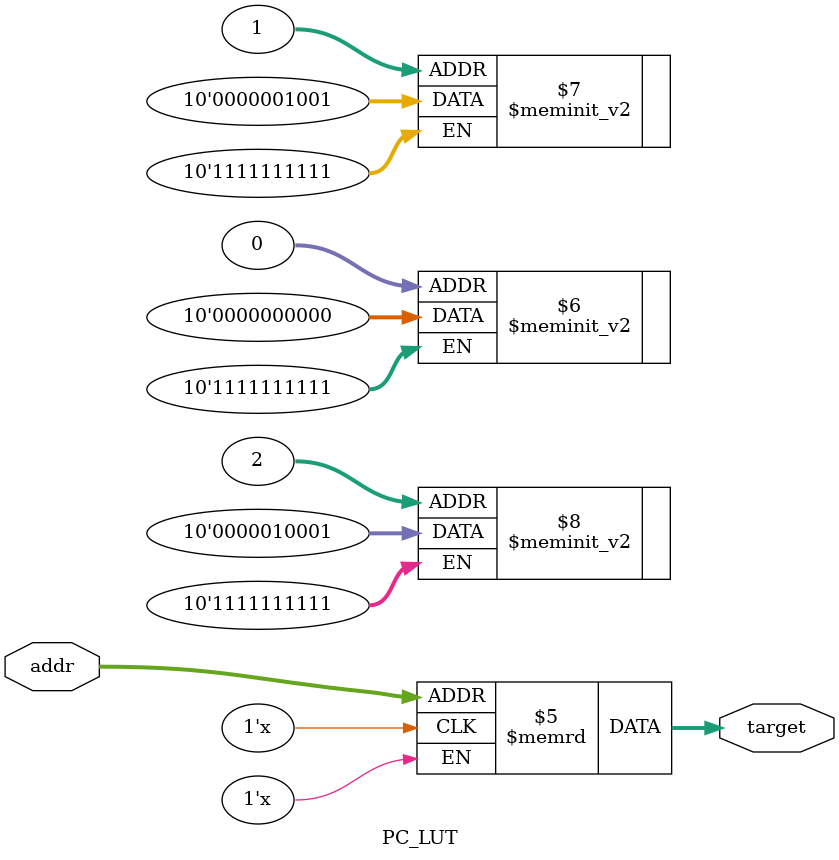
<source format=sv>
module PC_LUT #(parameter D=10)(
  input       [3:0] addr,	   
  output logic [D-1:0] target);

  logic [D-1:0] lut [0:15];

  initial begin
    lut[0] = 0;
    lut[1] = 9;
    lut[2] = 17;
  end

  always_comb begin
    target = lut[addr];
  end

endmodule

/*

	   pc = 4    0000_0000_0100	  4
	             1111_1111_1111	 -1

                 0000_0000_0011   3

				 (a+b)%(2**12)


   	  1111_1111_1011      -5
      0000_0001_0100     +20
	  1111_1111_1111      -1
	  0000_0000_0000     + 0


  */

</source>
